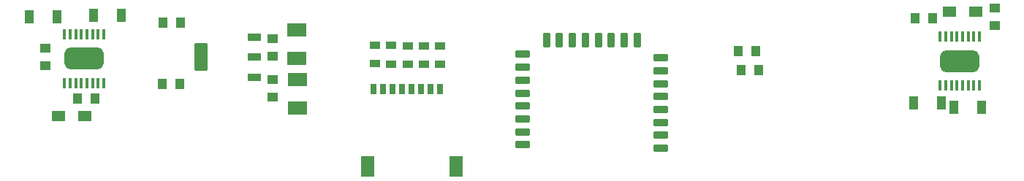
<source format=gbp>
G04*
G04 #@! TF.GenerationSoftware,Altium Limited,Altium Designer,21.3.2 (30)*
G04*
G04 Layer_Color=128*
%FSLAX43Y43*%
%MOMM*%
G71*
G04*
G04 #@! TF.SameCoordinates,DB2F4D52-C888-4A4C-9690-9536F9B8CA2E*
G04*
G04*
G04 #@! TF.FilePolarity,Positive*
G04*
G01*
G75*
%ADD22R,1.067X1.524*%
%ADD27R,1.270X1.016*%
%ADD29R,1.270X0.889*%
%ADD31R,1.016X1.270*%
G04:AMPARAMS|DCode=78|XSize=0.9mm|YSize=1.7mm|CornerRadius=0.225mm|HoleSize=0mm|Usage=FLASHONLY|Rotation=270.000|XOffset=0mm|YOffset=0mm|HoleType=Round|Shape=RoundedRectangle|*
%AMROUNDEDRECTD78*
21,1,0.900,1.250,0,0,270.0*
21,1,0.450,1.700,0,0,270.0*
1,1,0.450,-0.625,-0.225*
1,1,0.450,-0.625,0.225*
1,1,0.450,0.625,0.225*
1,1,0.450,0.625,-0.225*
%
%ADD78ROUNDEDRECTD78*%
G04:AMPARAMS|DCode=79|XSize=0.9mm|YSize=1.7mm|CornerRadius=0.225mm|HoleSize=0mm|Usage=FLASHONLY|Rotation=0.000|XOffset=0mm|YOffset=0mm|HoleType=Round|Shape=RoundedRectangle|*
%AMROUNDEDRECTD79*
21,1,0.900,1.250,0,0,0.0*
21,1,0.450,1.700,0,0,0.0*
1,1,0.450,0.225,-0.625*
1,1,0.450,-0.225,-0.625*
1,1,0.450,-0.225,0.625*
1,1,0.450,0.225,0.625*
%
%ADD79ROUNDEDRECTD79*%
%ADD80R,1.500X2.400*%
%ADD81R,0.800X1.300*%
G04:AMPARAMS|DCode=82|XSize=0.9mm|YSize=1.45mm|CornerRadius=0.05mm|HoleSize=0mm|Usage=FLASHONLY|Rotation=90.000|XOffset=0mm|YOffset=0mm|HoleType=Round|Shape=RoundedRectangle|*
%AMROUNDEDRECTD82*
21,1,0.900,1.351,0,0,90.0*
21,1,0.801,1.450,0,0,90.0*
1,1,0.099,0.676,0.401*
1,1,0.099,0.676,-0.401*
1,1,0.099,-0.676,-0.401*
1,1,0.099,-0.676,0.401*
%
%ADD82ROUNDEDRECTD82*%
G04:AMPARAMS|DCode=83|XSize=3.15mm|YSize=1.45mm|CornerRadius=0.051mm|HoleSize=0mm|Usage=FLASHONLY|Rotation=90.000|XOffset=0mm|YOffset=0mm|HoleType=Round|Shape=RoundedRectangle|*
%AMROUNDEDRECTD83*
21,1,3.150,1.349,0,0,90.0*
21,1,3.049,1.450,0,0,90.0*
1,1,0.102,0.674,1.524*
1,1,0.102,0.674,-1.524*
1,1,0.102,-0.674,-1.524*
1,1,0.102,-0.674,1.524*
%
%ADD83ROUNDEDRECTD83*%
G04:AMPARAMS|DCode=84|XSize=2.5mm|YSize=4.5mm|CornerRadius=0.625mm|HoleSize=0mm|Usage=FLASHONLY|Rotation=90.000|XOffset=0mm|YOffset=0mm|HoleType=Round|Shape=RoundedRectangle|*
%AMROUNDEDRECTD84*
21,1,2.500,3.250,0,0,90.0*
21,1,1.250,4.500,0,0,90.0*
1,1,1.250,1.625,0.625*
1,1,1.250,1.625,-0.625*
1,1,1.250,-1.625,-0.625*
1,1,1.250,-1.625,0.625*
%
%ADD84ROUNDEDRECTD84*%
G04:AMPARAMS|DCode=85|XSize=0.4mm|YSize=1.2mm|CornerRadius=0.05mm|HoleSize=0mm|Usage=FLASHONLY|Rotation=0.000|XOffset=0mm|YOffset=0mm|HoleType=Round|Shape=RoundedRectangle|*
%AMROUNDEDRECTD85*
21,1,0.400,1.100,0,0,0.0*
21,1,0.300,1.200,0,0,0.0*
1,1,0.100,0.150,-0.550*
1,1,0.100,-0.150,-0.550*
1,1,0.100,-0.150,0.550*
1,1,0.100,0.150,0.550*
%
%ADD85ROUNDEDRECTD85*%
%ADD86R,2.286X1.626*%
%ADD87R,1.575X1.219*%
D22*
X5850Y68000D02*
D03*
X2598D02*
D03*
X108300Y58050D02*
D03*
X105048D02*
D03*
X10050Y68200D02*
D03*
X13302D02*
D03*
X112950Y57500D02*
D03*
X109698D02*
D03*
D27*
X114450Y66950D02*
D03*
Y68982D02*
D03*
X30800Y63418D02*
D03*
Y65450D02*
D03*
X30850Y60700D02*
D03*
Y58668D02*
D03*
X4500Y64400D02*
D03*
Y62368D02*
D03*
D29*
X44576Y64679D02*
D03*
Y62521D02*
D03*
X42696Y64712D02*
D03*
Y62553D02*
D03*
X50215Y64630D02*
D03*
Y62471D02*
D03*
X48335Y64630D02*
D03*
Y62471D02*
D03*
X46456Y64630D02*
D03*
Y62471D02*
D03*
D31*
X84768Y64050D02*
D03*
X86800D02*
D03*
X87100Y61800D02*
D03*
X85068D02*
D03*
X20100Y60200D02*
D03*
X18068D02*
D03*
X18150Y67300D02*
D03*
X20182D02*
D03*
X107250Y67800D02*
D03*
X105218D02*
D03*
X8200Y58500D02*
D03*
X10232D02*
D03*
D78*
X59800Y63650D02*
D03*
Y62150D02*
D03*
Y60650D02*
D03*
Y59150D02*
D03*
Y57650D02*
D03*
Y56150D02*
D03*
Y54650D02*
D03*
Y53150D02*
D03*
X75800Y54250D02*
D03*
Y55750D02*
D03*
Y57250D02*
D03*
Y58750D02*
D03*
Y60250D02*
D03*
Y61750D02*
D03*
Y63250D02*
D03*
Y52750D02*
D03*
D79*
X62550Y65250D02*
D03*
X64050D02*
D03*
X65550D02*
D03*
X67050D02*
D03*
X68550D02*
D03*
X70050D02*
D03*
X71550D02*
D03*
X73050D02*
D03*
D80*
X52110Y50650D02*
D03*
X41850D02*
D03*
D81*
X50237Y59650D02*
D03*
X48037D02*
D03*
X49137D02*
D03*
X46937D02*
D03*
X45837D02*
D03*
X44737D02*
D03*
X43637D02*
D03*
X42530Y59636D02*
D03*
D82*
X28675Y65600D02*
D03*
Y63300D02*
D03*
Y61000D02*
D03*
D83*
X22525Y63300D02*
D03*
D84*
X110425Y62850D02*
D03*
X9000Y63150D02*
D03*
D85*
X112700Y60000D02*
D03*
X112050D02*
D03*
X111400D02*
D03*
X110750D02*
D03*
X110100D02*
D03*
X109450D02*
D03*
X108800D02*
D03*
X108150D02*
D03*
X112700Y65700D02*
D03*
X112050D02*
D03*
X111400D02*
D03*
X110750D02*
D03*
X110100D02*
D03*
X109450D02*
D03*
X108800D02*
D03*
X108150D02*
D03*
X6725Y66000D02*
D03*
X7375D02*
D03*
X8025D02*
D03*
X9975D02*
D03*
X10625D02*
D03*
X11275D02*
D03*
X6725Y60300D02*
D03*
X7375D02*
D03*
X8025D02*
D03*
X8675D02*
D03*
X9325D02*
D03*
X9975D02*
D03*
X10625D02*
D03*
X11275D02*
D03*
X9325Y66000D02*
D03*
X8675D02*
D03*
D86*
X33650Y63148D02*
D03*
Y66450D02*
D03*
X33700Y60752D02*
D03*
Y57450D02*
D03*
D87*
X109202Y68550D02*
D03*
X112250D02*
D03*
X9048Y56450D02*
D03*
X6000D02*
D03*
M02*

</source>
